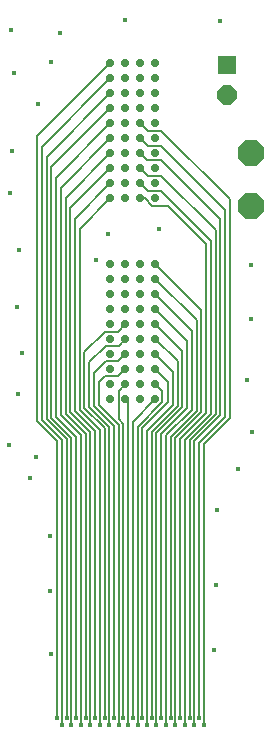
<source format=gbr>
G04 EAGLE Gerber RS-274X export*
G75*
%MOMM*%
%FSLAX34Y34*%
%LPD*%
%INBottom Copper*%
%IPPOS*%
%AMOC8*
5,1,8,0,0,1.08239X$1,22.5*%
G01*
%ADD10P,0.769796X8X202.500000*%
%ADD11P,1.785944X8X292.500000*%
%ADD12R,1.650000X1.650000*%
%ADD13P,2.435377X8X22.500000*%
%ADD14C,0.403200*%
%ADD15C,0.127000*%


D10*
X19050Y637150D03*
X6350Y637150D03*
X19050Y624450D03*
X19050Y611750D03*
X19050Y599050D03*
X19050Y586350D03*
X19050Y573650D03*
X19050Y560950D03*
X19050Y548250D03*
X19050Y535550D03*
X19050Y522850D03*
X6350Y624450D03*
X6350Y611750D03*
X6350Y599050D03*
X6350Y586350D03*
X6350Y573650D03*
X6350Y560950D03*
X6350Y548250D03*
X6350Y535550D03*
X6350Y522850D03*
X-6350Y637150D03*
X-6350Y624450D03*
X-6350Y611750D03*
X-6350Y599050D03*
X-6350Y586350D03*
X-6350Y573650D03*
X-6350Y560950D03*
X-6350Y548250D03*
X-6350Y535550D03*
X-6350Y522850D03*
X-19050Y637150D03*
X-19050Y624450D03*
X-19050Y611750D03*
X-19050Y599050D03*
X-19050Y586350D03*
X-19050Y573650D03*
X-19050Y560950D03*
X-19050Y548250D03*
X-19050Y535550D03*
X-19050Y522850D03*
X19050Y807150D03*
X6350Y807150D03*
X19050Y794450D03*
X19050Y781750D03*
X19050Y769050D03*
X19050Y756350D03*
X19050Y743650D03*
X19050Y730950D03*
X19050Y718250D03*
X19050Y705550D03*
X19050Y692850D03*
X6350Y794450D03*
X6350Y781750D03*
X6350Y769050D03*
X6350Y756350D03*
X6350Y743650D03*
X6350Y730950D03*
X6350Y718250D03*
X6350Y705550D03*
X6350Y692850D03*
X-6350Y807150D03*
X-6350Y794450D03*
X-6350Y781750D03*
X-6350Y769050D03*
X-6350Y756350D03*
X-6350Y743650D03*
X-6350Y730950D03*
X-6350Y718250D03*
X-6350Y705550D03*
X-6350Y692850D03*
X-19050Y807150D03*
X-19050Y794450D03*
X-19050Y781750D03*
X-19050Y769050D03*
X-19050Y756350D03*
X-19050Y743650D03*
X-19050Y730950D03*
X-19050Y718250D03*
X-19050Y705550D03*
X-19050Y692850D03*
D11*
X80000Y780568D03*
D12*
X80000Y805968D03*
D13*
X100000Y685968D03*
D14*
X89000Y464000D03*
X101000Y495000D03*
X97000Y539000D03*
X100000Y591000D03*
X100000Y636000D03*
X-98000Y601000D03*
X-97000Y527000D03*
X-87000Y456000D03*
X-82000Y474000D03*
X-104000Y697000D03*
X-80000Y773000D03*
X-103000Y835000D03*
X-7000Y844000D03*
X-62000Y833000D03*
X74000Y843000D03*
X22000Y667000D03*
X-21000Y663000D03*
X-31000Y641000D03*
X-105000Y484000D03*
X-94000Y562000D03*
X-96000Y649000D03*
X-102000Y733000D03*
X-101000Y799000D03*
X-69000Y808000D03*
X-69000Y307000D03*
X69000Y310000D03*
X70000Y365000D03*
X71000Y429000D03*
X-70000Y407000D03*
X-70000Y360000D03*
D13*
X100000Y730968D03*
D15*
X-6350Y522850D02*
X-4000Y520500D01*
D14*
X-4000Y247000D03*
D15*
X-4000Y520500D01*
X-12000Y506000D02*
X-8000Y502000D01*
X-12000Y529900D02*
X-6350Y535550D01*
X-12000Y529900D02*
X-12000Y506000D01*
D14*
X-8000Y253000D03*
D15*
X-8000Y502000D01*
X-29000Y518000D02*
X-29000Y537000D01*
X-29000Y518000D02*
X-12000Y501000D01*
X-29000Y537000D02*
X-24000Y542000D01*
X-12600Y542000D01*
X-6350Y548250D01*
D14*
X-12000Y247000D03*
D15*
X-12000Y501000D01*
X-33000Y545000D02*
X-23000Y555000D01*
X-33000Y517000D02*
X-16000Y500000D01*
X-33000Y517000D02*
X-33000Y545000D01*
X-12300Y555000D02*
X-6350Y560950D01*
X-12300Y555000D02*
X-23000Y555000D01*
D14*
X-16000Y253000D03*
D15*
X-16000Y500000D01*
X-37000Y554000D02*
X-23000Y568000D01*
X-37000Y516000D02*
X-20000Y499000D01*
X-37000Y516000D02*
X-37000Y554000D01*
X-12000Y568000D02*
X-6350Y573650D01*
X-12000Y568000D02*
X-23000Y568000D01*
D14*
X-20000Y247000D03*
D15*
X-20000Y499000D01*
X-41000Y515000D02*
X-41000Y563000D01*
X-41000Y515000D02*
X-24000Y498000D01*
X-41000Y563000D02*
X-24000Y580000D01*
X-12700Y580000D01*
X-6350Y586350D01*
D14*
X-24000Y253000D03*
D15*
X-24000Y498000D01*
X-45000Y514000D02*
X-45000Y666900D01*
X-45000Y514000D02*
X-28000Y497000D01*
X-45000Y666900D02*
X-19050Y692850D01*
D14*
X-28000Y247000D03*
D15*
X-28000Y497000D01*
X-49000Y513000D02*
X-49000Y675600D01*
X-49000Y513000D02*
X-32000Y496000D01*
X-32000Y275000D01*
X-32000Y274000D01*
X-49000Y675600D02*
X-19050Y705550D01*
D14*
X-32000Y253000D03*
D15*
X-32000Y274000D01*
X-53000Y512000D02*
X-53000Y684300D01*
X-53000Y512000D02*
X-36000Y495000D01*
X-53000Y684300D02*
X-19050Y718250D01*
D14*
X-36000Y247000D03*
D15*
X-36000Y495000D01*
X-57000Y510000D02*
X-57000Y693000D01*
X-57000Y510000D02*
X-40000Y493000D01*
X-57000Y693000D02*
X-19050Y730950D01*
D14*
X-40000Y253000D03*
D15*
X-40000Y493000D01*
X-61000Y509000D02*
X-61000Y701700D01*
X-61000Y509000D02*
X-44000Y492000D01*
X-61000Y701700D02*
X-19050Y743650D01*
D14*
X-44000Y247000D03*
D15*
X-44000Y492000D01*
X-65000Y508000D02*
X-65000Y710400D01*
X-65000Y508000D02*
X-48000Y491000D01*
X-65000Y710400D02*
X-19050Y756350D01*
D14*
X-48000Y253000D03*
D15*
X-48000Y491000D01*
X-69000Y507000D02*
X-69000Y719100D01*
X-69000Y507000D02*
X-52000Y490000D01*
X-69000Y719100D02*
X-19050Y769050D01*
D14*
X-52000Y247000D03*
D15*
X-52000Y490000D01*
X-73000Y506000D02*
X-73000Y727800D01*
X-73000Y506000D02*
X-56000Y489000D01*
X-73000Y727800D02*
X-19050Y781750D01*
D14*
X-56000Y253000D03*
D15*
X-56000Y489000D01*
X-77000Y505000D02*
X-77000Y736500D01*
X-77000Y505000D02*
X-60000Y488000D01*
X-77000Y736500D02*
X-19050Y794450D01*
D14*
X-60000Y247000D03*
D15*
X-60000Y488000D01*
X-81000Y745200D02*
X-19050Y807150D01*
X-81000Y745200D02*
X-81000Y504000D01*
X-64000Y487000D01*
D14*
X-64000Y253000D03*
D15*
X-64000Y487000D01*
X4000Y499000D02*
X25000Y520000D01*
X25000Y529600D02*
X19050Y535550D01*
X25000Y529600D02*
X25000Y520000D01*
D14*
X4000Y247000D03*
D15*
X4000Y499000D01*
X30000Y520000D02*
X30000Y537300D01*
X30000Y520000D02*
X8000Y498000D01*
X30000Y537300D02*
X19050Y548250D01*
D14*
X8000Y253000D03*
D15*
X8000Y498000D01*
X34000Y518000D02*
X34000Y546000D01*
X34000Y518000D02*
X12000Y496000D01*
X34000Y546000D02*
X19050Y560950D01*
D14*
X12000Y247000D03*
D15*
X12000Y496000D01*
X16000Y495000D02*
X38000Y517000D01*
X16000Y495000D02*
X16000Y274000D01*
X38000Y554700D02*
X19050Y573650D01*
X38000Y554700D02*
X38000Y517000D01*
D14*
X15921Y253000D03*
D15*
X15921Y273921D01*
X16000Y274000D01*
X20000Y494000D02*
X42000Y516000D01*
X42000Y563400D02*
X19050Y586350D01*
X42000Y563400D02*
X42000Y516000D01*
D14*
X20000Y247000D03*
D15*
X20000Y494000D01*
X24000Y493000D02*
X46000Y515000D01*
X46000Y572100D02*
X19050Y599050D01*
X46000Y572100D02*
X46000Y515000D01*
D14*
X24000Y253000D03*
D15*
X24000Y493000D01*
X28000Y492000D02*
X50000Y514000D01*
X50000Y580800D02*
X19050Y611750D01*
X50000Y580800D02*
X50000Y514000D01*
D14*
X28000Y247000D03*
D15*
X28000Y492000D01*
X32000Y491000D02*
X54000Y513000D01*
X54000Y589500D02*
X19050Y624450D01*
X54000Y589500D02*
X54000Y513000D01*
D14*
X32000Y253000D03*
D15*
X32000Y491000D01*
X36000Y490000D02*
X58000Y512000D01*
X58000Y598200D02*
X19050Y637150D01*
X58000Y598200D02*
X58000Y512000D01*
D14*
X36000Y247000D03*
D15*
X36000Y490000D01*
X40000Y489000D02*
X62000Y511000D01*
X10249Y692850D02*
X6350Y692850D01*
X10249Y692850D02*
X16472Y686627D01*
X29342Y686627D01*
X62000Y653968D01*
X62000Y511000D01*
D14*
X40000Y253000D03*
D15*
X40000Y489000D01*
X6419Y705550D02*
X6350Y705550D01*
X6419Y705550D02*
X13000Y698968D01*
X24000Y698968D01*
X66000Y656968D01*
X66000Y510000D02*
X44000Y488000D01*
X66000Y510000D02*
X66000Y656968D01*
D14*
X44000Y247000D03*
D15*
X44000Y488000D01*
X70000Y510000D02*
X70000Y665968D01*
X70000Y510000D02*
X48000Y488000D01*
X70000Y665968D02*
X24000Y711968D01*
X12631Y711968D02*
X6350Y718250D01*
X12631Y711968D02*
X24000Y711968D01*
D14*
X48000Y253000D03*
D15*
X48000Y488000D01*
X12331Y724968D02*
X6350Y730950D01*
X12331Y724968D02*
X24000Y724968D01*
X74000Y674968D01*
X74000Y509000D01*
X52000Y487000D01*
D14*
X52000Y247000D03*
D15*
X52000Y487000D01*
X13031Y736968D02*
X6350Y743650D01*
X13031Y736968D02*
X24000Y736968D01*
X78000Y682968D01*
X78000Y508000D01*
X56000Y486000D01*
D14*
X56000Y253000D03*
D15*
X56000Y486000D01*
X12731Y749968D02*
X6350Y756350D01*
X12731Y749968D02*
X24000Y749968D01*
X82000Y691968D02*
X82000Y507000D01*
X60000Y485000D01*
X82000Y691968D02*
X24000Y749968D01*
D14*
X60000Y247000D03*
D15*
X60000Y485000D01*
X19050Y522850D02*
X0Y503800D01*
D14*
X0Y253000D03*
D15*
X0Y503800D01*
M02*

</source>
